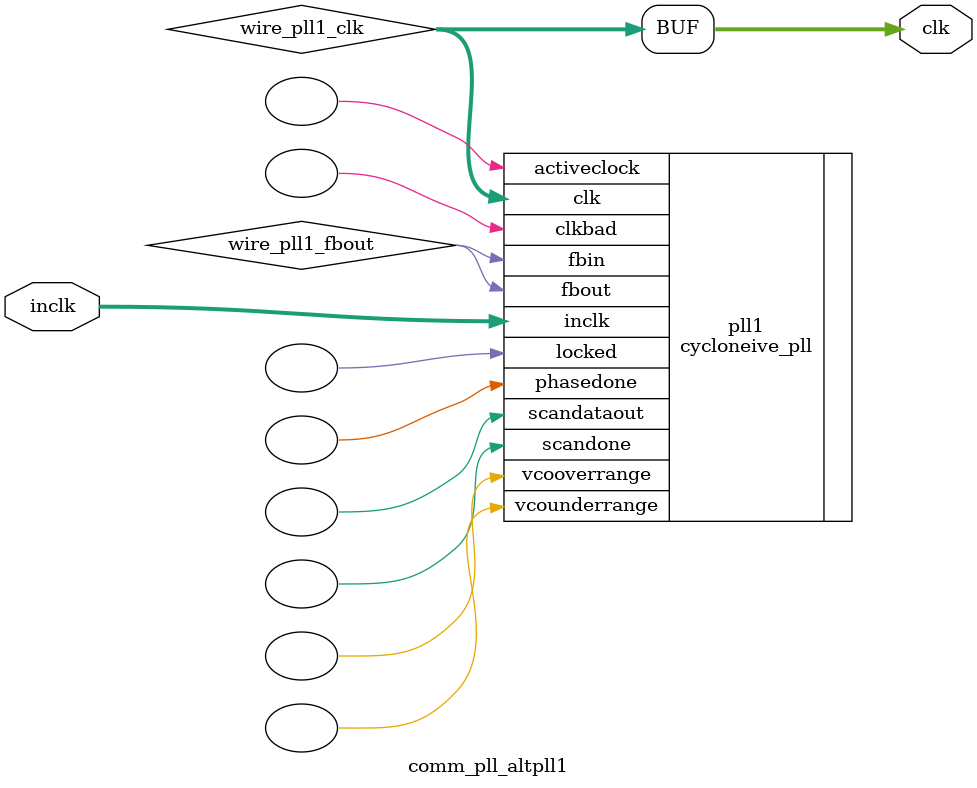
<source format=v>
module  comm_pll_altpll1
	(
	clk,
	inclk) /* synthesis synthesis_clearbox=1 */;
	output   [4:0]  clk;
	input   [1:0]  inclk;
`ifndef ALTERA_RESERVED_QIS
// synopsys translate_off
`endif
	tri0   [1:0]  inclk;
`ifndef ALTERA_RESERVED_QIS
// synopsys translate_on
`endif
	wire  [4:0]   wire_pll1_clk;
	wire  wire_pll1_fbout;
	cycloneive_pll   pll1
	(
	.activeclock(),
	.clk(wire_pll1_clk),
	.clkbad(),
	.fbin(wire_pll1_fbout),
	.fbout(wire_pll1_fbout),
	.inclk(inclk),
	.locked(),
	.phasedone(),
	.scandataout(),
	.scandone(),
	.vcooverrange(),
	.vcounderrange()
	`ifndef FORMAL_VERIFICATION
	// synopsys translate_off
	`endif
	,
	.areset(1'b0),
	.clkswitch(1'b0),
	.configupdate(1'b0),
	.pfdena(1'b1),
	.phasecounterselect({3{1'b0}}),
	.phasestep(1'b0),
	.phaseupdown(1'b0),
	.scanclk(1'b0),
	.scanclkena(1'b1),
	.scandata(1'b0)
	`ifndef FORMAL_VERIFICATION
	// synopsys translate_on
	`endif
	);
	defparam
		pll1.bandwidth_type = "auto",
		pll1.clk0_divide_by = 10,
		pll1.clk0_duty_cycle = 50,
		pll1.clk0_multiply_by = 1,
		pll1.clk0_phase_shift = "0",
		pll1.clk1_divide_by = 5,
		pll1.clk1_duty_cycle = 50,
		pll1.clk1_multiply_by = 1,
		pll1.clk1_phase_shift = "0",
		pll1.compensate_clock = "clk0",
		pll1.inclk0_input_frequency = 20000,
		pll1.operation_mode = "normal",
		pll1.pll_type = "auto",
		pll1.lpm_type = "cycloneive_pll";
	assign
		clk = {wire_pll1_clk[4:0]};
endmodule
</source>
